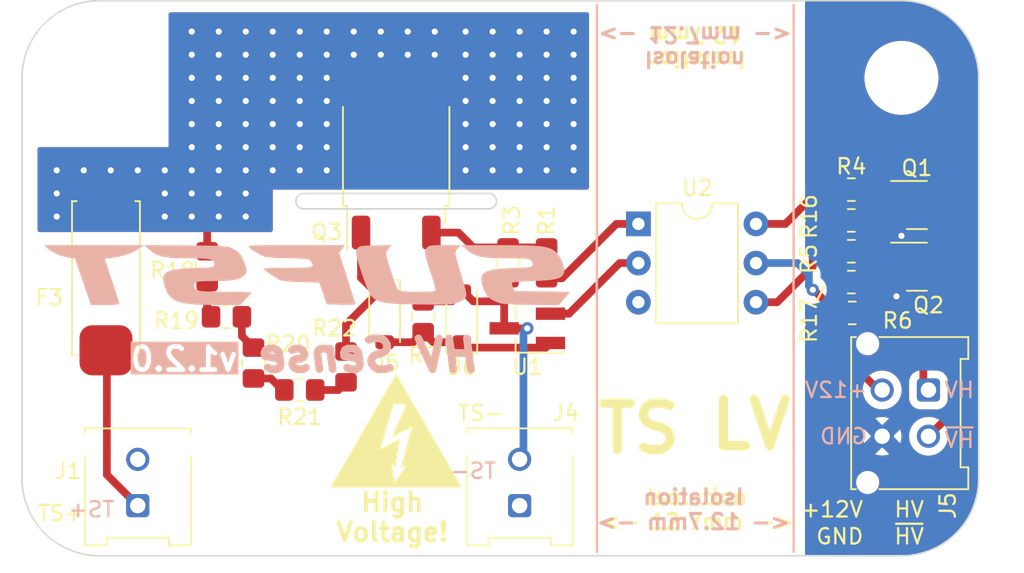
<source format=kicad_pcb>
(kicad_pcb (version 20221018) (generator pcbnew)
  (title_block (title "HV Sense") (date "01/04/2022") (rev "1.1.1") (company "SUFST - Southampton University Formula Student Team") (comment 1 "STAG 9") (comment 2 "Joe Pater, Tim Brewis") (comment 3 "Marek Frodyma, Tim Brewis"))
  (layers (0 "F.Cu" signal) (31 "B.Cu" signal) (34 "B.Paste" user) (35 "F.Paste" user) (36 "B.SilkS" user "B.Silkscreen") (37 "F.SilkS" user "F.Silkscreen") (38 "B.Mask" user) (39 "F.Mask" user) (44 "Edge.Cuts" user))
  (net 0 "")
  (net 1 "+12V")
  (net 2 "GND")
  (net 3 "/~{HV_DETECTED}")
  (net 4 "Net-(R18-Pad1)")
  (net 5 "Net-(J1-Pin_1)")
  (net 8 "Net-(R19-Pad2)")
  (net 9 "Net-(R20-Pad1)")
  (net 10 "Net-(R21-Pad2)")
  (net 11 "Net-(D5-A1)")
  (net 12 "Net-(D5-A2)")
  (net 13 "Net-(D6-A2)")
  (net 14 "Net-(Q3-D)")
  (net 15 "/HV_DETECTED")
  (net 16 "Net-(Q1-G)")
  (net 17 "Net-(Q3-S)")
  (net 18 "Net-(R1-Pad2)")
  (net 19 "Net-(R4-Pad2)")
  (net 20 "Net-(U1-K)")
  (footprint "SUFST:HV_TRIANGLE_SYMBOL" (layer "F.Cu") (at 57 123.25)
    (fp_text reference "G***" hide)
    (fp_text value "HV_TRIANGLE_SYMBOL" hide)
  )
  (footprint "Package_TO_SOT_SMD:SOT-23" (layer "F.Cu") (at 90.75 112.75)
    (fp_text reference "Q2" (at 0.75 2.5) (layer "F.SilkS"))
    (fp_text value "XP262N7002TR-G")
    (pad "1" smd roundrect (at -0.9375 -0.95) (size 1.475 0.6) (layers "F.Cu" "F.Paste" "F.Mask") (net 3 "/~{HV_DETECTED}"))
    (pad "2" smd roundrect (at -0.9375 0.95) (size 1.475 0.6) (layers "F.Cu" "F.Paste" "F.Mask") (net 2 "GND"))
    (pad "3" smd roundrect (at 0.9375 0) (size 1.475 0.6) (layers "F.Cu" "F.Paste" "F.Mask") (net 15 "/HV_DETECTED"))
  )
  (footprint "Diode_SMD:D_SOD-123" (layer "F.Cu") (at 61.25 116 90)
    (fp_text reference "D6" (at -3.25 0 180) (layer "F.SilkS"))
    (fp_text value "MMSZ4684-E3-08")
    (pad "1" smd roundrect (at -1.65 0 90) (size 0.9 1.2) (layers "F.Cu" "F.Paste" "F.Mask") (net 12 "Net-(D5-A2)"))
    (pad "2" smd roundrect (at 1.65 0 90) (size 0.9 1.2) (layers "F.Cu" "F.Paste" "F.Mask") (net 13 "Net-(D6-A2)"))
  )
  (footprint "Package_DIP:DIP-6_W7.62mm" (layer "F.Cu") (at 72.7 109.975)
    (fp_text reference "U2" (at 3.81 -2.33) (layer "F.SilkS"))
    (fp_text value "4N32")
    (pad "1" thru_hole rect (at 0 0) (size 1.6 1.6) (drill 0.8) (layers "*.Cu" "*.Mask") (net 18 "Net-(R1-Pad2)"))
    (pad "2" thru_hole oval (at 0 2.54) (size 1.6 1.6) (drill 0.8) (layers "*.Cu" "*.Mask") (net 20 "Net-(U1-K)"))
    (pad "3" thru_hole oval (at 0 5.08) (size 1.6 1.6) (drill 0.8) (layers "*.Cu" "*.Mask"))
    (pad "4" thru_hole oval (at 7.62 5.08) (size 1.6 1.6) (drill 0.8) (layers "*.Cu" "*.Mask") (net 16 "Net-(Q1-G)"))
    (pad "5" thru_hole oval (at 7.62 2.54) (size 1.6 1.6) (drill 0.8) (layers "*.Cu" "*.Mask") (net 1 "+12V"))
    (pad "6" thru_hole oval (at 7.62 0) (size 1.6 1.6) (drill 0.8) (layers "*.Cu" "*.Mask") (net 19 "Net-(R4-Pad2)"))
  )
  (footprint "Resistor_SMD:R_0805_2012Metric_Pad1.20x1.40mm_HandSolder" (layer "F.Cu") (at 86.5 109.75 180)
    (fp_text reference "R16" (at 2.75 0.25 90) (layer "F.SilkS"))
    (fp_text value "47k")
    (pad "1" smd roundrect (at -1 0 180) (size 1.2 1.4) (layers "F.Cu" "F.Paste" "F.Mask") (roundrect_rratio 0.2083333333) (net 2 "GND"))
    (pad "2" smd roundrect (at 1 0 180) (size 1.2 1.4) (layers "F.Cu" "F.Paste" "F.Mask") (roundrect_rratio 0.2083333333) (net 16 "Net-(Q1-G)"))
  )
  (footprint "Resistor_SMD:R_0805_2012Metric_Pad1.20x1.40mm_HandSolder" (layer "F.Cu") (at 58.75 116 90)
    (fp_text reference "R2" (at -2.5 0 180) (layer "F.SilkS"))
    (fp_text value "33k")
    (pad "1" smd roundrect (at -1 0 90) (size 1.2 1.4) (layers "F.Cu" "F.Paste" "F.Mask") (roundrect_rratio 0.2083333333) (net 12 "Net-(D5-A2)"))
    (pad "2" smd roundrect (at 1 0 90) (size 1.2 1.4) (layers "F.Cu" "F.Paste" "F.Mask") (roundrect_rratio 0.2083333333) (net 13 "Net-(D6-A2)"))
  )
  (footprint "SUFST:Molex_Micro-Fit_3.0_43045-0412_2x02_P3.00mm_Vertical" (layer "F.Cu") (at 91.5 120.75 -90)
    (fp_text reference "J5" (at 7.5 -1.25 90) (layer "F.SilkS"))
    (fp_text value "Conn_01x04")
    (pad "" np_thru_hole circle (at -3 3.94 270) (size 1 1) (drill 1) (layers "*.Cu" "*.Mask"))
    (pad "" np_thru_hole circle (at 6 3.94 270) (size 1 1) (drill 1) (layers "*.Cu" "*.Mask"))
    (pad "1" thru_hole roundrect (at 0 0 270) (size 1.5 1.5) (drill 1) (layers "*.Cu" "*.Mask") (roundrect_rratio 0.1666673333) (net 15 "/HV_DETECTED"))
    (pad "2" thru_hole circle (at 3 0 270) (size 1.5 1.5) (drill 1) (layers "*.Cu" "*.Mask") (net 3 "/~{HV_DETECTED}"))
    (pad "3" thru_hole circle (at 0 3 270) (size 1.5 1.5) (drill 1) (layers "*.Cu" "*.Mask") (net 1 "+12V"))
    (pad "4" thru_hole circle (at 3 3 270) (size 1.5 1.5) (drill 1) (layers "*.Cu" "*.Mask") (net 2 "GND"))
  )
  (footprint "Diode_SMD:D_SOD-123" (layer "F.Cu") (at 56.25 116 -90)
    (fp_text reference "D5" (at 3 0 -180) (layer "F.SilkS"))
    (fp_text value "MMSZ4699T1G")
    (pad "1" smd roundrect (at -1.65 0 270) (size 0.9 1.2) (layers "F.Cu" "F.Paste" "F.Mask") (net 11 "Net-(D5-A1)"))
    (pad "2" smd roundrect (at 1.65 0 270) (size 0.9 1.2) (layers "F.Cu" "F.Paste" "F.Mask") (net 12 "Net-(D5-A2)"))
  )
  (footprint "Resistor_SMD:R_0805_2012Metric_Pad1.20x1.40mm_HandSolder" (layer "F.Cu") (at 66.75 112.5 -90)
    (fp_text reference "R1" (at -2.75 0 90) (layer "F.SilkS"))
    (fp_text value "10k")
    (pad "1" smd roundrect (at -1 0 270) (size 1.2 1.4) (layers "F.Cu" "F.Paste" "F.Mask") (roundrect_rratio 0.2083333333) (net 17 "Net-(Q3-S)"))
    (pad "2" smd roundrect (at 1 0 270) (size 1.2 1.4) (layers "F.Cu" "F.Paste" "F.Mask") (roundrect_rratio 0.2083333333) (net 18 "Net-(R1-Pad2)"))
  )
  (footprint "Resistor_SMD:R_0805_2012Metric_Pad1.20x1.40mm_HandSolder" (layer "F.Cu") (at 64.25 112.5 -90)
    (fp_text reference "R3" (at -2.75 -0.25 90) (layer "F.SilkS"))
    (fp_text value "200k")
    (pad "1" smd roundrect (at -1 0 270) (size 1.2 1.4) (layers "F.Cu" "F.Paste" "F.Mask") (roundrect_rratio 0.2083333333) (net 17 "Net-(Q3-S)"))
    (pad "2" smd roundrect (at 1 0 270) (size 1.2 1.4) (layers "F.Cu" "F.Paste" "F.Mask") (roundrect_rratio 0.2083333333) (net 13 "Net-(D6-A2)"))
  )
  (footprint "SUFST:Molex_Micro-Fit_3.0_43045-0212_2x01_P3.00mm_Vertical" (layer "F.Cu") (at 65 128.25 180)
    (fp_text reference "J4" (at -3 6) (layer "F.SilkS"))
    (fp_text value "HV-")
    (pad "" np_thru_hole circle (at -3 3.94 180) (size 1 1) (drill 1) (layers "*.Cu" "*.Mask"))
    (pad "" np_thru_hole circle (at 3 3.94 180) (size 1 1) (drill 1) (layers "*.Cu" "*.Mask"))
    (pad "1" thru_hole roundrect (at 0 0 180) (size 1.5 1.5) (drill 1) (layers "*.Cu" "*.Mask") (roundrect_rratio 0.1666673333))
    (pad "2" thru_hole circle (at 0 3 180) (size 1.5 1.5) (drill 1) (layers "*.Cu" "*.Mask") (net 13 "Net-(D6-A2)"))
  )
  (footprint "Resistor_SMD:R_0805_2012Metric_Pad1.20x1.40mm_HandSolder" (layer "F.Cu") (at 47.75 119 90)
    (fp_text reference "R20" (at 1.25 2.25 180) (layer "F.SilkS"))
    (fp_text value "200k")
    (pad "1" smd roundrect (at -1 0 90) (size 1.2 1.4) (layers "F.Cu" "F.Paste" "F.Mask") (roundrect_rratio 0.2083333333) (net 9 "Net-(R20-Pad1)"))
    (pad "2" smd roundrect (at 1 0 90) (size 1.2 1.4) (layers "F.Cu" "F.Paste" "F.Mask") (roundrect_rratio 0.2083333333) (net 8 "Net-(R19-Pad2)"))
  )
  (footprint "Resistor_SMD:R_0805_2012Metric_Pad1.20x1.40mm_HandSolder" (layer "F.Cu") (at 86.5 107.75 180)
    (fp_text reference "R4" (at 0 1.5) (layer "F.SilkS"))
    (fp_text value "270k")
    (pad "1" smd roundrect (at -1 0 180) (size 1.2 1.4) (layers "F.Cu" "F.Paste" "F.Mask") (roundrect_rratio 0.2083333333) (net 16 "Net-(Q1-G)"))
    (pad "2" smd roundrect (at 1 0 180) (size 1.2 1.4) (layers "F.Cu" "F.Paste" "F.Mask") (roundrect_rratio 0.2083333333) (net 19 "Net-(R4-Pad2)"))
  )
  (footprint "SUFST:Littelfuse-04611-25ER" (layer "F.Cu") (at 38.25 113.25 -90)
    (fp_text reference "F3" (at 1.5 3.75 unlocked) (layer "F.SilkS"))
    (fp_text value "0461.500ER")
    (pad "1" smd roundrect (at -4.425 0.06 270) (size 3.25 3.43) (layers "F.Cu" "F.Paste" "F.Mask") (net 14 "Net-(Q3-D)"))
    (pad "2" smd roundrect (at 4.925 0.06 270) (size 3.25 3.43) (layers "F.Cu" "F.Paste" "F.Mask") (net 5 "Net-(J1-Pin_1)"))
  )
  (footprint "Resistor_SMD:R_0805_2012Metric_Pad1.20x1.40mm_HandSolder" (layer "F.Cu") (at 53.75 119.25 -90)
    (fp_text reference "R22" (at -2.5 0.75 -180) (layer "F.SilkS"))
    (fp_text value "200k")
    (pad "1" smd roundrect (at -1 0 270) (size 1.2 1.4) (layers "F.Cu" "F.Paste" "F.Mask") (roundrect_rratio 0.2083333333) (net 11 "Net-(D5-A1)"))
    (pad "2" smd roundrect (at 1 0 270) (size 1.2 1.4) (layers "F.Cu" "F.Paste" "F.Mask") (roundrect_rratio 0.2083333333) (net 10 "Net-(R21-Pad2)"))
  )
  (footprint "MountingHole:MountingHole_4.3mm_M4" (layer "F.Cu") (at 48.75 126.5)
    (fp_text reference "H1" hide)
    (fp_text value "MountingHole")
    (pad "" np_thru_hole circle (at 0 0) (size 4.3 4.3) (drill 4.3) (layers "*.Cu" "*.Mask"))
  )
  (footprint "MountingHole:MountingHole_4.3mm_M4" (layer "F.Cu") (at 89.75 100.5)
    (fp_text reference "H3" hide)
    (fp_text value "MountingHole")
    (pad "" np_thru_hole circle (at 0 0) (size 4.3 4.3) (drill 4.3) (layers "*.Cu" "*.Mask"))
  )
  (footprint "Resistor_SMD:R_0805_2012Metric_Pad1.20x1.40mm_HandSolder" (layer "F.Cu") (at 46 116)
    (fp_text reference "R19" (at -3.25 0.25) (layer "F.SilkS"))
    (fp_text value "200k")
    (pad "1" smd roundrect (at -1 0) (size 1.2 1.4) (layers "F.Cu" "F.Paste" "F.Mask") (roundrect_rratio 0.2083333333) (net 4 "Net-(R18-Pad1)"))
    (pad "2" smd roundrect (at 1 0) (size 1.2 1.4) (layers "F.Cu" "F.Paste" "F.Mask") (roundrect_rratio 0.2083333333) (net 8 "Net-(R19-Pad2)"))
  )
  (footprint "Resistor_SMD:R_0805_2012Metric_Pad1.20x1.40mm_HandSolder" (layer "F.Cu") (at 86.5 113.75 180)
    (fp_text reference "R17" (at 2.75 -2.5 90) (layer "F.SilkS"))
    (fp_text value "1k")
    (pad "1" smd roundrect (at -1 0 180) (size 1.2 1.4) (layers "F.Cu" "F.Paste" "F.Mask") (roundrect_rratio 0.2083333333) (net 1 "+12V"))
    (pad "2" smd roundrect (at 1 0 180) (size 1.2 1.4) (layers "F.Cu" "F.Paste" "F.Mask") (roundrect_rratio 0.2083333333) (net 3 "/~{HV_DETECTED}"))
  )
  (footprint "Package_TO_SOT_SMD:SOT-23_Handsoldering" (layer "F.Cu") (at 65.5 116.75 180)
    (fp_text reference "U1" (at 0 -2.5) (layer "F.SilkS"))
    (fp_text value "AZ431LBNTR-G1")
    (pad "1" smd rect (at -1.5 -0.95 180) (size 1.9 0.8) (layers "F.Cu" "F.Paste" "F.Mask") (net 12 "Net-(D5-A2)"))
    (pad "2" smd rect (at -1.5 0.95 180) (size 1.9 0.8) (layers "F.Cu" "F.Paste" "F.Mask") (net 20 "Net-(U1-K)"))
    (pad "3" smd rect (at 1.5 0 180) (size 1.9 0.8) (layers "F.Cu" "F.Paste" "F.Mask") (net 13 "Net-(D6-A2)"))
  )
  (footprint "Resistor_SMD:R_0805_2012Metric_Pad1.20x1.40mm_HandSolder" (layer "F.Cu") (at 86.5625 115.75)
    (fp_text reference "R6" (at 2.9375 0.5) (layer "F.SilkS"))
    (fp_text value "1k")
    (pad "1" smd roundrect (at -1 0) (size 1.2 1.4) (layers "F.Cu" "F.Paste" "F.Mask") (roundrect_rratio 0.2083333333) (net 1 "+12V"))
    (pad "2" smd roundrect (at 1 0) (size 1.2 1.4) (layers "F.Cu" "F.Paste" "F.Mask") (roundrect_rratio 0.2083333333) (net 15 "/HV_DETECTED"))
  )
  (footprint "Package_TO_SOT_SMD:SOT-23" (layer "F.Cu") (at 90.75 108.75)
    (fp_text reference "Q1" (at 0 -2.4) (layer "F.SilkS"))
    (fp_text value "XP262N7002TR-G")
    (pad "1" smd roundrect (at -0.9375 -0.95) (size 1.475 0.6) (layers "F.Cu" "F.Paste" "F.Mask") (net 16 "Net-(Q1-G)"))
    (pad "2" smd roundrect (at -0.9375 0.95) (size 1.475 0.6) (layers "F.Cu" "F.Paste" "F.Mask") (net 2 "GND"))
    (pad "3" smd roundrect (at 0.9375 0) (size 1.475 0.6) (layers "F.Cu" "F.Paste" "F.Mask") (net 3 "/~{HV_DETECTED}"))
  )
  (footprint "Resistor_SMD:R_0805_2012Metric_Pad1.20x1.40mm_HandSolder" (layer "F.Cu") (at 86.5 111.75)
    (fp_text reference "R5" (at -2.75 0.5 90) (layer "F.SilkS"))
    (fp_text value "10k")
    (pad "1" smd roundrect (at -1 0) (size 1.2 1.4) (layers "F.Cu" "F.Paste" "F.Mask") (roundrect_rratio 0.2083333333) (net 2 "GND"))
    (pad "2" smd roundrect (at 1 0) (size 1.2 1.4) (layers "F.Cu" "F.Paste" "F.Mask") (roundrect_rratio 0.2083333333) (net 3 "/~{HV_DETECTED}"))
  )
  (footprint "Package_TO_SOT_SMD:TO-252-2" (layer "F.Cu") (at 57 105.5 90)
    (fp_text reference "Q3" (at -5 -4.5 180) (layer "F.SilkS"))
    (fp_text value "IPD80R4K5P7")
    (pad "1" smd roundrect (at -5.04 -2.28 90) (size 2.2 1.2) (layers "F.Cu" "F.Paste" "F.Mask") (roundrect_rratio 0.2083333333) (net 11 "Net-(D5-A1)"))
    (pad "2" smd roundrect (at -0.415 -1.525 90) (size 3.05 2.75) (layers "F.Cu" "F.Paste") (roundrect_rratio 0.09090909091) (net 14 "Net-(Q3-D)"))
    (pad "2" smd roundrect (at -0.415 1.525 90) (size 3.05 2.75) (layers "F.Cu" "F.Paste") (roundrect_rratio 0.09090909091) (net 14 "Net-(Q3-D)"))
    (pad "2" smd roundrect (at 1.26 0 90) (size 6.4 5.8) (layers "F.Cu" "F.Mask") (roundrect_rratio 0.04310293103) (net 14 "Net-(Q3-D)"))
    (pad "2" smd roundrect (at 2.935 -1.525 90) (size 3.05 2.75) (layers "F.Cu" "F.Paste") (roundrect_rratio 0.09090909091) (net 14 "Net-(Q3-D)"))
    (pad "2" smd roundrect (at 2.935 1.525 90) (size 3.05 2.75) (layers "F.Cu" "F.Paste") (roundrect_rratio 0.09090909091) (net 14 "Net-(Q3-D)"))
    (pad "3" smd roundrect (at -5.04 2.28 90) (size 2.2 1.2) (layers "F.Cu" "F.Paste" "F.Mask") (roundrect_rratio 0.2083333333) (net 17 "Net-(Q3-S)"))
  )
  (footprint "Resistor_SMD:R_0805_2012Metric_Pad1.20x1.40mm_HandSolder" (layer "F.Cu") (at 44.75 112.75 90)
    (fp_text reference "R18" (at -0.25 -2.25 180) (layer "F.SilkS"))
    (fp_text value "200k")
    (pad "1" smd roundrect (at -1 0 90) (size 1.2 1.4) (layers "F.Cu" "F.Paste" "F.Mask") (roundrect_rratio 0.2083333333) (net 4 "Net-(R18-Pad1)"))
    (pad "2" smd roundrect (at 1 0 90) (size 1.2 1.4) (layers "F.Cu" "F.Paste" "F.Mask") (roundrect_rratio 0.2083333333) (net 14 "Net-(Q3-D)"))
  )
  (footprint "MountingHole:MountingHole_4.3mm_M4" (layer "F.Cu") (at 37.75 100.5)
    (fp_text reference "H2" hide)
    (fp_text value "MountingHole")
    (pad "" np_thru_hole circle (at 0 0) (size 4.3 4.3) (drill 4.3) (layers "*.Cu" "*.Mask"))
  )
  (footprint "SUFST:Molex_Micro-Fit_3.0_43045-0212_2x01_P3.00mm_Vertical" (layer "F.Cu") (at 40.25 128.25 180)
    (fp_text reference "J1" (at 4.5 2.25) (layer "F.SilkS"))
    (fp_text value "HV+")
    (pad "" np_thru_hole circle (at -3 3.94 180) (size 1 1) (drill 1) (layers "*.Cu" "*.Mask"))
    (pad "" np_thru_hole circle (at 3 3.94 180) (size 1 1) (drill 1) (layers "*.Cu" "*.Mask"))
    (pad "1" thru_hole roundrect (at 0 0 180) (size 1.5 1.5) (drill 1) (layers "*.Cu" "*.Mask") (roundrect_rratio 0.1666673333) (net 5 "Net-(J1-Pin_1)"))
    (pad "2" thru_hole circle (at 0 3 180) (size 1.5 1.5) (drill 1) (layers "*.Cu" "*.Mask"))
  )
  (footprint "Resistor_SMD:R_0805_2012Metric_Pad1.20x1.40mm_HandSolder" (layer "F.Cu") (at 50.75 120.75)
    (fp_text reference "R21" (at 0 1.75) (layer "F.SilkS"))
    (fp_text value "200k")
    (pad "1" smd roundrect (at -1 0) (size 1.2 1.4) (layers "F.Cu" "F.Paste" "F.Mask") (roundrect_rratio 0.2083333333) (net 9 "Net-(R20-Pad1)"))
    (pad "2" smd roundrect (at 1 0) (size 1.2 1.4) (layers "F.Cu" "F.Paste" "F.Mask") (roundrect_rratio 0.2083333333) (net 10 "Net-(R21-Pad2)"))
  )
  (footprint "SUFST:SUFST" (layer "B.Cu") (at 51.25 113.25 180)
    (fp_text reference "G***" hide)
    (fp_text value "LOGO" hide)
  )
  (gr_line (start 70.013094 95.75) (end 70.013094 131.25) (stroke (width 0.15)) (layer "B.SilkS"))
  (gr_line (start 82.763094 131.25) (end 82.763094 95.75) (stroke (width 0.15)) (layer "B.SilkS"))
  (gr_line (start 82.75 131.25) (end 82.75 95.75) (stroke (width 0.15)) (layer "F.SilkS"))
  (gr_line (start 70 95.75) (end 70 131.25) (stroke (width 0.15)) (layer "F.SilkS"))
  (gr_line (start 84.25 115) (end 84.75 114) (stroke (width 0.15)) (layer "F.SilkS"))
  (gr_arc (start 51 109) (mid 50.5 108.5) (end 51 108) (stroke (width 0.1)) (layer "Edge.Cuts"))
  (gr_line (start 37.75 131.5) (end 89.75 131.5) (stroke (width 0.1)) (layer "Edge.Cuts"))
  (gr_line (start 89.75 95.5) (end 37.75 95.5) (stroke (width 0.1)) (layer "Edge.Cuts"))
  (gr_line (start 32.75 100.5) (end 32.75 126.5) (stroke (width 0.1)) (layer "Edge.Cuts"))
  (gr_line (start 51 108) (end 63 108) (stroke (width 0.1)) (layer "Edge.Cuts"))
  (gr_arc (start 94.75 126.5) (mid 93.285534 130.035534) (end 89.75 131.5) (stroke (width 0.1)) (layer "Edge.Cuts"))
  (gr_line (start 51 109) (end 63 109) (stroke (width 0.1)) (layer "Edge.Cuts"))
  (gr_arc (start 32.75 100.5) (mid 34.214466 96.964466) (end 37.75 95.5) (stroke (width 0.1)) (layer "Edge.Cuts"))
  (gr_arc (start 89.75 95.5) (mid 93.285534 96.964466) (end 94.75 100.5) (stroke (width 0.1)) (layer "Edge.Cuts"))
  (gr_arc (start 37.75 131.5) (mid 34.214466 130.035534) (end 32.75 126.5) (stroke (width 0.1)) (layer "Edge.Cuts"))
  (gr_arc (start 63 108) (mid 63.5 108.5) (end 63 109) (stroke (width 0.1)) (layer "Edge.Cuts"))
  (gr_line (start 94.75 126.5) (end 94.75 100.5) (stroke (width 0.1)) (layer "Edge.Cuts"))
  (gr_text "v1.2.0\n" (at 43.25 118.75) (layer "B.SilkS" knockout) (effects (font (size 1.5 1.5) (thickness 0.3)) (justify mirror)))
  (gr_text "+12V" (at 85.5 120.75) (layer "B.SilkS") (effects (font (size 1 1)) (justify mirror)))
  (gr_text "Isolation\n<- 12.7mm ->" (at 76.363094 98.5 -180) (layer "B.SilkS") (effects (font (size 1 1) (thickness 0.2)) (justify mirror)))
  (gr_text "Isolation\n<- 12.7mm ->" (at 76.263094 128.5) (layer "B.SilkS") (effects (font (size 1 1) (thickness 0.2)) (justify mirror)))
  (gr_text "TS-" (at 62 126) (layer "B.SilkS") (effects (font (size 1 1)) (justify mirror)))
  (gr_text "TS+" (at 37.25 128.5) (layer "B.SilkS") (effects (font (size 1 1)) (justify mirror)))
  (gr_text "~{HV}" (at 93.5 124) (layer "B.SilkS") (effects (font (size 1 1)) (justify mirror)))
  (gr_text "HV Sense" (at 55.25 118.5) (layer "B.SilkS") (effects (font (size 2 2) (thickness 0.5) italic) (justify mirror)))
  (gr_text "GND" (at 86 123.75) (layer "B.SilkS") (effects (font (size 1 1)) (justify mirror)))
  (gr_text "HV" (at 93.5 120.75) (layer "B.SilkS") (effects (font (size 1 1)) (justify mirror)))
  (gr_text "~{HV}" (at 90.25 130.25) (layer "F.SilkS") (effects (font (size 1 1))))
  (gr_text "TS+" (at 35.25 128.75) (layer "F.SilkS") (effects (font (size 1 1))))
  (gr_text "GND" (at 85.75 130.25) (layer "F.SilkS") (effects (font (size 1 1))))
  (gr_text "Isolation\n<- 12.7mm ->" (at 76.5 128.5) (layer "F.SilkS") (effects (font (size 1 1) (thickness 0.2))))
  (gr_text "Isolation\n<- 12.7mm ->" (at 76.4 98.5 180) (layer "F.SilkS") (effects (font (size 1 1) (thickness 0.2))))
  (gr_text "TS-" (at 62.5 122.25) (layer "F.SilkS") (effects (font (size 1 1))))
  (gr_text "TS" (at 72.75 123.25) (layer "F.SilkS") (effects (font (size 3 3) (thickness 0.6))))
  (gr_text "+12V" (at 85.25 128.5) (layer "F.SilkS") (effects (font (size 1 1))))
  (gr_text "HV" (at 90.25 128.5) (layer "F.SilkS") (effects (font (size 1 1))))
  (gr_text "LV" (at 80 123) (layer "F.SilkS") (effects (font (size 3 3) (thickness 0.6))))
  (gr_text "High\nVoltage!" (at 56.75 129) (layer "F.SilkS") (effects (font (size 1.2 1.2) (thickness 0.25) bold)))
  (segment (start 85.5625 115.75) (end 85.5625 115.6875) (width 0.5) (layer "F.Cu") (net 1))
  (segment (start 85.5625 118.0625) (end 85.5625 115.75) (width 0.5) (layer "F.Cu") (net 1))
  (segment (start 85.5625 115.6875) (end 87.5 113.75) (width 0.5) (layer "F.Cu") (net 1))
  (segment (start 84.0625 114.25) (end 85.5625 115.75) (width 0.5) (layer "F.Cu") (net 1))
  (segment (start 84 114.25) (end 84.0625 114.25) (width 0.5) (layer "F.Cu") (net 1))
  (segment (start 88.5 120.75) (end 88.25 120.75) (width 0.5) (layer "F.Cu") (net 1))
  (segment (start 88.25 120.75) (end 85.5625 118.0625) (width 0.5) (layer "F.Cu") (net 1))
  (via (at 84 114.25) (size 0.8) (drill 0.4) (layers "F.Cu" "B.Cu") (net 1))
  (segment (start 83.75 114) (end 84 114.25) (width 0.5) (layer "B.Cu") (net 1))
  (segment (start 80.32 112.515) (end 83.015 112.515) (width 0.5) (layer "B.Cu") (net 1))
  (segment (start 83.75 113.25) (end 83.75 114) (width 0.5) (layer "B.Cu") (net 1))
  (segment (start 83.015 112.515) (end 83.75 113.25) (width 0.5) (layer "B.Cu") (net 1))
  (segment (start 85.5 111.75) (end 87.5 109.75) (width 0.5) (layer "F.Cu") (net 2))
  (segment (start 87.5 109.75) (end 89.7625 109.75) (width 0.5) (layer "F.Cu") (net 2))
  (segment (start 89.8125 110.6875) (end 89.75 110.75) (width 0.5) (layer "F.Cu") (net 2))
  (segment (start 89.8125 113.7) (end 89.8125 114.285388) (width 0.5) (layer "F.Cu") (net 2))
  (segment (start 89.8125 109.7) (end 89.8125 110.6875) (width 0.5) (layer "F.Cu") (net 2))
  (segment (start 89.8125 114.285388) (end 89.423944 114.673944) (width 0.5) (layer "F.Cu") (net 2))
  (segment (start 89.7625 109.75) (end 89.8125 109.7) (width 0.5) (layer "F.Cu") (net 2))
  (via (at 89.423944 114.673944) (size 0.8) (drill 0.4) (layers "F.Cu" "B.Cu") (net 2))
  (via (at 89.75 110.75) (size 0.8) (drill 0.4) (layers "F.Cu" "B.Cu") (net 2))
  (segment (start 85.5 113.75) (end 87.5 111.75) (width 0.5) (layer "F.Cu") (net 3))
  (segment (start 91.5 123.75) (end 93 122.25) (width 0.5) (layer "F.Cu") (net 3))
  (segment (start 89.8125 111.8) (end 90.825 111.8) (width 0.5) (layer "F.Cu") (net 3))
  (segment (start 93 122.25) (end 93 112.25) (width 0.5) (layer "F.Cu") (net 3))
  (segment (start 93 112.25) (end 91.6875 110.9375) (width 0.5) (layer "F.Cu") (net 3))
  (segment (start 87.5 111.75) (end 89.7625 111.75) (width 0.5) (layer "F.Cu") (net 3))
  (segment (start 91.6875 110.9375) (end 91.6875 108.75) (width 0.5) (layer "F.Cu") (net 3))
  (segment (start 89.7625 111.75) (end 89.8125 111.8) (width 0.5) (layer "F.Cu") (net 3))
  (segment (start 90.825 111.8) (end 91.6875 110.9375) (width 0.5) (layer "F.Cu") (net 3))
  (segment (start 44.75 115.75) (end 45 116) (width 0.5) (layer "F.Cu") (net 4))
  (segment (start 44.75 113.75) (end 44.75 115.75) (width 0.5) (layer "F.Cu") (net 4))
  (segment (start 38.25 126.25) (end 40.25 128.25) (width 0.5) (layer "F.Cu") (net 5))
  (segment (start 38.19 118.175) (end 38.25 118.235) (width 0.5) (layer "F.Cu") (net 5))
  (segment (start 38.25 118.235) (end 38.25 126.25) (width 0.5) (layer "F.Cu") (net 5))
  (segment (start 47 117.25) (end 47.75 118) (width 0.5) (layer "F.Cu") (net 8))
  (segment (start 47 116) (end 47 117.25) (width 0.5) (layer "F.Cu") (net 8))
  (segment (start 47.75 120) (end 48.875 120) (width 0.5) (layer "F.Cu") (net 9))
  (segment (start 49.625 120.75) (end 49.75 120.75) (width 0.5) (layer "F.Cu") (net 9))
  (segment (start 48.875 120) (end 49.625 120.75) (width 0.5) (layer "F.Cu") (net 9))
  (segment (start 51.75 120.75) (end 53.25 120.75) (width 0.5) (layer "F.Cu") (net 10))
  (segment (start 53.25 120.75) (end 53.75 120.25) (width 0.5) (layer "F.Cu") (net 10))
  (segment (start 56.25 114.35) (end 55.6 114.35) (width 0.5) (layer "F.Cu") (net 11))
  (segment (start 53.75 116.5) (end 55.9 114.35) (width 0.5) (layer "F.Cu") (net 11))
  (segment (start 55.6 114.35) (end 54.72 113.47) (width 0.5) (layer "F.Cu") (net 11))
  (segment (start 54.72 113.47) (end 54.72 110.54) (width 0.5) (layer "F.Cu") (net 11))
  (segment (start 55.9 114.35) (end 56.25 114.35) (width 0.5) (layer "F.Cu") (net 11))
  (segment (start 53.75 118.25) (end 53.75 116.5) (width 0.5) (layer "F.Cu") (net 11))
  (segment (start 61.6 118) (end 66.7 118) (width 0.5) (layer "F.Cu") (net 12))
  (segment (start 61.25 117.65) (end 59.4 117.65) (width 0.5) (layer "F.Cu") (net 12))
  (segment (start 66.7 118) (end 67 117.7) (width 0.5) (layer "F.Cu") (net 12))
  (segment (start 61.25 117.65) (end 61.6 118) (width 0.5) (layer "F.Cu") (net 12))
  (segment (start 56.25 117.65) (end 58.1 117.65) (width 0.5) (layer "F.Cu") (net 12))
  (segment (start 59.4 117.65) (end 58.75 117) (width 0.5) (layer "F.Cu") (net 12))
  (segment (start 58.1 117.65) (end 58.75 117) (width 0.5) (layer "F.Cu") (net 12))
  (segment (start 64 113.75) (end 64.25 113.5) (width 0.5) (layer "F.Cu") (net 13))
  (segment (start 61.25 114.35) (end 61.35 114.35) (width 0.5) (layer "F.Cu") (net 13))
  (segment (start 61.35 114.35) (end 62 115) (width 0.5) (layer "F.Cu") (net 13))
  (segment (start 60.6 115) (end 61.25 114.35) (width 0.5) (layer "F.Cu") (net 13))
  (segment (start 62 115) (end 64 115) (width 0.5) (layer "F.Cu") (net 13))
  (segment (start 64 116.75) (end 64 115) (width 0.5) (layer "F.Cu") (net 13))
  (segment (start 64 116.75) (end 65.5 116.75) (width 0.5) (layer "F.Cu") (net 13))
  (segment (start 58.75 115) (end 60.6 115) (width 0.5) (layer "F.Cu") (net 13))
  (segment (start 64 115) (end 64 113.75) (width 0.5) (layer "F.Cu") (net 13))
  (via (at 65.5 116.75) (size 0.8) (drill 0.4) (layers "F.Cu" "B.Cu") (net 13))
  (segment (start 65.5 116.75) (end 65.25 117) (width 0.5) (layer "B.Cu") (net 13))
  (segment (start 65.25 117) (end 65.25 125) (width 0.5) (layer "B.Cu") (net 13))
  (segment (start 65.25 125) (end 65 125.25) (width 0.5) (layer "B.Cu") (net 13))
  (segment (start 44.75 111.75) (end 44.75 110.25) (width 0.5) (layer "F.Cu") (net 14))
  (segment (start 44.75 110.25) (end 45.5 109.5) (width 0.5) (layer "F.Cu") (net 14))
  (via (at 40.25 106.5) (size 0.8) (drill 0.4) (layers "F.Cu" "B.Cu") (net 14))
  (via (at 43.75 106.5) (size 0.8) (drill 0.4) (layers "F.Cu" "B.Cu") (net 14))
  (via (at 42 108) (size 0.8) (drill 0.4) (layers "F.Cu" "B.Cu") (net 14))
  (via (at 36.75 106.5) (size 0.8) (drill 0.4) (layers "F.Cu" "B.Cu") (net 14))
  (via (at 50.75 97.5) (size 0.8) (drill 0.4) (layers "F.Cu" "B.Cu") (net 14))
  (via (at 52.5 100.5) (size 0.8) (drill 0.4) (layers "F.Cu" "B.Cu") (net 14))
  (via (at 68.5 102) (size 0.8) (drill 0.4) (layers "F.Cu" "B.Cu") (net 14))
  (via (at 50.75 99) (size 0.8) (drill 0.4) (layers "F.Cu" "B.Cu") (net 14))
  (via (at 43.75 99) (size 0.8) (drill 0.4) (layers "F.Cu" "B.Cu") (net 14))
  (via (at 45.5 109.5) (size 0.8) (drill 0.4) (layers "F.Cu" "B.Cu") (net 14))
  (via (at 49 105) (size 0.8) (drill 0.4) (layers "F.Cu" "B.Cu") (net 14))
  (via (at 61.5 103.5) (size 0.8) (drill 0.4) (layers "F.Cu" "B.Cu") (net 14))
  (via (at 61.5 102) (size 0.8) (drill 0.4) (layers "F.Cu" "B.Cu") (net 14))
  (via (at 45.5 97.5) (size 0.8) (drill 0.4) (layers "F.Cu" "B.Cu") (net 14))
  (via (at 47.25 100.5) (size 0.8) (drill 0.4) (layers "F.Cu" "B.Cu") (net 14))
  (via (at 54.25 99) (size 0.8) (drill 0.4) (layers "F.Cu" "B.Cu") (net 14))
  (via (at 66.75 105) (size 0.8) (drill 0.4) (layers "F.Cu" "B.Cu") (net 14))
  (via (at 59.5 99) (size 0.8) (drill 0.4) (layers "F.Cu" "B.Cu") (net 14))
  (via (at 38.5 106.5) (size 0.8) (drill 0.4) (layers "F.Cu" "B.Cu") (net 14))
  (via (at 45.5 105) (size 0.8) (drill 0.4) (layers "F.Cu" "B.Cu") (net 14))
  (via (at 49 99) (size 0.8) (drill 0.4) (layers "F.Cu" "B.Cu") (net 14))
  (via (at 68.5 99) (size 0.8) (drill 0.4) (layers "F.Cu" "B.Cu") (net 14))
  (via (at 66.75 102) (size 0.8) (drill 0.4) (layers "F.Cu" "B.Cu") (net 14))
  (via (at 63.25 103.5) (size 0.8) (drill 0.4) (layers "F.Cu" "B.Cu") (net 14))
  (via (at 65 102) (size 0.8) (drill 0.4) (layers "F.Cu" "B.Cu") (net 14))
  (via (at 47.25 105) (size 0.8) (drill 0.4) (layers "F.Cu" "B.Cu") (net 14))
  (via (at 68.5 103.5) (size 0.8) (drill 0.4) (layers "F.Cu" "B.Cu") (net 14))
  (via (at 35 108) (size 0.8) (drill 0.4) (layers "F.Cu" "B.Cu") (net 14))
  (via (at 43.75 103.5) (size 0.8) (drill 0.4) (layers "F.Cu" "B.Cu") (net 14))
  (via (at 49 106.5) (size 0.8) (drill 0.4) (layers "F.Cu" "B.Cu") (net 14))
  (via (at 35 109.5) (size 0.8) (drill 0.4) (layers "F.Cu" "B.Cu") (net 14))
  (via (at 66.75 106.5) (size 0.8) (drill 0.4) (layers "F.Cu" "B.Cu") (net 14))
  (via (at 66.75 99) (size 0.8) (drill 0.4) (layers "F.Cu" "B.Cu") (net 14))
  (via (at 49 97.5) (size 0.8) (drill 0.4) (layers "F.Cu" "B.Cu") (net 14))
  (via (at 50.75 103.5) (size 0.8) (drill 0.4) (layers "F.Cu" "B.Cu") (net 14))
  (via (at 47.25 109.5) (size 0.8) (drill 0.4) (layers "F.Cu" "B.Cu") (net 14))
  (via (at 52.5 102) (size 0.8) (drill 0.4) (layers "F.Cu" "B.Cu") (net 14))
  (via (at 47.25 97.5) (size 0.8) (drill 0.4) (layers "F.Cu" "B.Cu") (net 14))
  (via (at 54.25 97.5) (size 0.8) (drill 0.4) (layers "F.Cu" "B.Cu") (net 14))
  (via (at 63.25 97.5) (size 0.8) (drill 0.4) (layers "F.Cu" "B.Cu") (net 14))
  (via (at 63.25 100.5) (size 0.8) (drill 0.4) (layers "F.Cu" "B.Cu") (net 14))
  (via (at 47.25 102) (size 0.8) (drill 0.4) (layers "F.Cu" "B.Cu") (net 14))
  (via (at 49 100.5) (size 0.8) (drill 0.4) (layers "F.Cu" "B.Cu") (net 14))
  (via (at 47.25 106.5) (size 0.8) (drill 0.4) (layers "F.Cu" "B.Cu") (net 14))
  (via (at 45.5 108) (size 0.8) (drill 0.4) (layers "F.Cu" "B.Cu") (net 14))
  (via (at 57.75 99) (size 0.8) (drill 0.4) (layers "F.Cu" "B.Cu") (net 14))
  (via (at 65 106.5) (size 0.8) (drill 0.4) (layers "F.Cu" "B.Cu") (net 14))
  (via (at 63.25 102) (size 0.8) (drill 0.4) (layers "F.Cu" "B.Cu") (net 14))
  (via (at 49 102) (size 0.8) (drill 0.4) (layers "F.Cu" "B.Cu") (net 14))
  (via (at 63.25 99) (size 0.8) (drill 0.4) (layers "F.Cu" "B.Cu") (net 14))
  (via (at 42 109.5) (size 0.8) (drill 0.4) (layers "F.Cu" "B.Cu") (net 14))
  (via (at 35 106.5) (size 0.8) (drill 0.4) (layers "F.Cu" "B.Cu") (net 14))
  (via (at 65 99) (size 0.8) (drill 0.4) (layers "F.Cu" "B.Cu") (net 14))
  (via (at 52.5 105) (size 0.8) (drill 0.4) (layers "F.Cu" "B.Cu") (net 14))
  (via (at 50.75 105) (size 0.8) (drill 0.4) (layers "F.Cu" "B.Cu") (net 14))
  (via (at 47.25 103.5) (size 0.8) (drill 0.4) (layers "F.Cu" "B.Cu") (net 14))
  (via (at 45.5 103.5) (size 0.8) (drill 0.4) (layers "F.Cu" "B.Cu") (net 14))
  (via (at 50.75 102) (size 0.8) (drill 0.4) (layers "F.Cu" "B.Cu") (net 14))
  (via (at 68.5 106.5) (size 0.8) (drill 0.4) (layers "F.Cu" "B.Cu") (net 14))
  (via (at 50.75 106.5) (size 0.8) (drill 0.4) (layers "F.Cu" "B.Cu") (net 14))
  (via (at 65 105) (size 0.8) (drill 0.4) (layers "F.Cu" "B.Cu") (net 14))
  (via (at 61.5 105) (size 0.8) (drill 0.4) (layers "F.Cu" "B.Cu") (net 14))
  (via (at 65 103.5) (size 0.8) (drill 0.4) (layers "F.Cu" "B.Cu") (net 14))
  (via (at 68.5 100.5) (size 0.8) (drill 0.4) (layers "F.Cu" "B.Cu") (net 14))
  (via (at 61.5 106.5) (size 0.8) (drill 0.4) (layers "F.Cu" "B.Cu") (net 14))
  (via (at 57.75 97.5) (size 0.8) (drill 0.4) (layers "F.Cu" "B.Cu") (net 14))
  (via (at 59.5 97.5) (size 0.8) (drill 0.4) (layers "F.Cu" "B.Cu") (net 14))
  (via (at 68.5 97.5) (size 0.8) (drill 0.4) (layers "F.Cu" "B.Cu") (net 14))
  (via (at 45.5 99) (size 0.8) (drill 0.4) (layers "F.Cu" "B.Cu") (net 14))
  (via (at 66.75 97.5) (size 0.8) (drill 0.4) (layers "F.Cu" "B.Cu") (net 14))
  (via (at 45.5 106.5) (size 0.8) (drill 0.4) (layers "F.Cu" "B.Cu") (net 14))
  (via (at 43.75 108) (size 0.8) (drill 0.4) (layers "F.Cu" "B.Cu") (net 14))
  (via (at 61.5 100.5) (size 0.8) (drill 0.4) (layers "F.Cu" "B.Cu") (net 14))
  (via (at 50.75 100.5) (size 0.8) (drill 0.4) (layers "F.Cu" "B.Cu") (net 14))
  (via (at 42 106.5) (size 0.8) (drill 0.4) (layers "F.Cu" "B.Cu") (net 14))
  (via (at 47.25 108) (size 0.8) (drill 0.4) (layers "F.Cu" "B.Cu") (net 14))
  (via (at 61.5 97.5) (size 0.8) (drill 0.4) (layers "F.Cu" "B.Cu") (net 14))
  (via (at 68.5 105) (size 0.8) (drill 0.4) (layers "F.Cu" "B.Cu") (net 14))
  (via (at 43.75 102) (size 0.8) (drill 0.4) (layers "F.Cu" "B.Cu") (net 14))
  (via (at 52.5 103.5) (size 0.8) (drill 0.4) (layers "F.Cu" "B.Cu") (net 14))
  (via (at 52.5 106.5) (size 0.8) (drill 0.4) (layers "F.Cu" "B.Cu") (net 14))
  (via (at 43.75 105) (size 0.8) (drill 0.4) (layers "F.Cu" "B.Cu") (net 14))
  (via (at 43.75 100.5) (size 0.8) (drill 0.4) (layers "F.Cu" "B.Cu") (net 14))
  (via (at 52.5 99) (size 0.8) (drill 0.4) (layers "F.Cu" "B.Cu") (net 14))
  (via (at 66.75 100.5) (size 0.8) (drill 0.4) (layers "F.Cu" "B.Cu") (net 14))
  (via (at 56 99) (size 0.8) (drill 0.4) (layers "F.Cu" "B.Cu") (net 14))
  (via (at 45.5 100.5) (size 0.8) (drill 0.4) (layers "F.Cu" "B.Cu") (net 14))
  (via (at 52.5 97.5) (size 0.8) (drill 0.4) (layers "F.Cu" "B.Cu") (net 14))
  (via (at 61.5 99) (size 0.8) (drill 0.4) (layers "F.Cu" "B.Cu") (net 14))
  (via (at 66.75 103.5) (size 0.8) (drill 0.4) (layers "F.Cu" "B.Cu") (net 14))
  (via (at 43.75 97.5) (size 0.8) (drill 0.4) (layers "F.Cu" "B.Cu") (net 14))
  (via (at 63.25 106.5) (size 0.8) (drill 0.4) (layers "F.Cu" "B.Cu") (net 14))
  (via (at 65 97.5) (size 0.8) (drill 0.4) (layers "F.Cu" "B.Cu") (net 14))
  (via (at 63.25 105) (size 0.8) (drill 0.4) (layers "F.Cu" "B.Cu") (net 14))
  (via (at 49 103.5) (size 0.8) (drill 0.4) (layers "F.Cu" "B.Cu") (net 14))
  (via (at 65 100.5) (size 0.8) (drill 0.4) (layers "F.Cu" "B.Cu") (net 14))
  (via (at 47.25 99) (size 0.8) (drill 0.4) (layers "F.Cu" "B.Cu") (net 14))
  (via (at 45.5 102) (size 0.8) (drill 0.4) (layers "F.Cu" "B.Cu") (net 14))
  (via (at 56 97.5) (size 0.8) (drill 0.4) (layers "F.Cu" "B.Cu") (net 14))
  (via (at 43.75 109.5) (size 0.8) (drill 0.4) (layers "F.Cu" "B.Cu") (net 14))
  (segment (start 91.5 120.75) (end 91.165 120.415) (width 0.5) (layer "F.Cu") (net 15))
  (segment (start 91.165 120.415) (end 91.165 117.365736) (width 0.5) (layer "F.Cu") (net 15))
  (segment (start 91.6875 112.75) (end 91.6875 113.611764) (width 0.5) (layer "F.Cu") (net 15))
  (segment (start 91.165 117.365736) (end 89.549264 115.75) (width 0.5) (layer "F.Cu") (net 15))
  (segment (start 89.549264 115.75) (end 87.5625 115.75) (width 0.5) (layer "F.Cu") (net 15))
  (segment (start 91.6875 113.611764) (end 89.549264 115.75) (width 0.5) (layer "F.Cu") (net 15))
  (segment (start 82.945 113.805) (end 84 112.75) (width 0.5) (layer "F.Cu") (net 16))
  (segment (start 80.32 115.055) (end 81.695 115.055) (width 0.5) (layer "F.Cu") (net 16))
  (segment (start 89.8125 107.8) (end 87.55 107.8) (width 0.5) (layer "F.Cu") (net 16))
  (segment (start 87.55 107.8) (end 87.5 107.75) (width 0.5) (layer "F.Cu") (net 16))
  (segment (start 81.695 115.055) (end 82.945 113.805) (width 0.5) (layer "F.Cu") (net 16))
  (segment (start 85.5 109.75) (end 87.5 107.75) (width 0.5) (layer "F.Cu") (net 16))
  (segment (start 84.5 109.75) (end 85.5 109.75) (width 0.5) (layer "F.Cu") (net 16))
  (segment (start 84 110.25) (end 84.5 109.75) (width 0.5) (layer "F.Cu") (net 16))
  (segment (start 84 112.75) (end 84 110.25) (width 0.5) (layer "F.Cu") (net 16))
  (segment (start 61.04 110.54) (end 62 111.5) (width 0.5) (layer "F.Cu") (net 17))
  (segment (start 59.28 110.54) (end 61.04 110.54) (width 0.5) (layer "F.Cu") (net 17))
  (segment (start 62 111.5) (end 64.25 111.5) (width 0.5) (layer "F.Cu") (net 17))
  (segment (start 66.75 111.5) (end 64.25 111.5) (width 0.5) (layer "F.Cu") (net 17))
  (segment (start 67.75 113.5) (end 66.75 113.5) (width 0.5) (layer "F.Cu") (net 18))
  (segment (start 71.275 109.975) (end 67.75 113.5) (width 0.5) (layer "F.Cu") (net 18))
  (segment (start 72.7 109.975) (end 71.275 109.975) (width 0.5) (layer "F.Cu") (net 18))
  (segment (start 85.5 107.75) (end 84.45 107.75) (width 0.5) (layer "F.Cu") (net 19))
  (segment (start 84.45 107.75) (end 82.225 109.975) (width 0.5) (layer "F.Cu") (net 19))
  (segment (start 82.225 109.975) (end 80.32 109.975) (width 0.5) (layer "F.Cu") (net 19))
  (segment (start 67 115.8) (end 68.2 115.8) (width 0.5) (layer "F.Cu") (net 20))
  (segment (start 71.485 112.515) (end 72.7 112.515) (width 0.5) (layer "F.Cu") (net 20))
  (segment (start 68.2 115.8) (end 71.485 112.515) (width 0.5) (layer "F.Cu") (net 20))
  (zone (net 0) (net_name "") (layer "F.Cu") (connect_pads (clearance 0)) (min_thickness 0.25)
    (keepout (tracks allowed) (vias allowed) (pads allowed) (copperpour not_allowed) (footprints allowed))
    (fill (thermal_gap 0.5) (thermal_bridge_width 1))
    (polygon (pts (xy 88.25 112.25) (xy 88.25 115.25) (xy 91 115.25) (xy 91 112.25)))
  )
  (zone (net 14) (net_name "Net-(Q3-D)") (layers "F&B.Cu") (priority 1) (connect_pads (clearance 0.508)) (min_thickness 0.25) (fill yes (thermal_gap 0.5) (thermal_bridge_width 1) (island_removal_mode 1) (island_area_min 10))
    (polygon (pts (xy 49 110.5) (xy 49 107.75) (xy 69.5 107.75) (xy 69.5 96.25) (xy 42.25 96.25) (xy 42.25 105) (xy 33.75 105) (xy 33.75 110.5)))
  )
  (zone (net 2) (net_name "GND") (layers "F&B.Cu") (priority 2) (connect_pads (clearance 0.508)) (min_thickness 0.25) (fill yes (thermal_gap 0.5) (thermal_bridge_width 1))
    (polygon (pts (xy 83.5 95.5) (xy 83.5 131.5) (xy 94.75 131.5) (xy 94.75 95.5)))
  )
)
</source>
